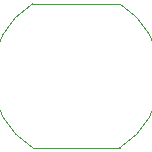
<source format=gbr>
G04 #@! TF.GenerationSoftware,KiCad,Pcbnew,(5.1.2)-1*
G04 #@! TF.CreationDate,2019-06-20T00:50:11-07:00*
G04 #@! TF.ProjectId,SMOL,534d4f4c-2e6b-4696-9361-645f70636258,rev?*
G04 #@! TF.SameCoordinates,Original*
G04 #@! TF.FileFunction,Profile,NP*
%FSLAX46Y46*%
G04 Gerber Fmt 4.6, Leading zero omitted, Abs format (unit mm)*
G04 Created by KiCad (PCBNEW (5.1.2)-1) date 2019-06-20 00:50:11*
%MOMM*%
%LPD*%
G04 APERTURE LIST*
%ADD10C,0.101600*%
G04 APERTURE END LIST*
D10*
X105285346Y-95505418D02*
G75*
G02X105283000Y-107696000I-3685346J-6094582D01*
G01*
X97917000Y-95504000D02*
X105283000Y-95504000D01*
X97917000Y-107696000D02*
X105283000Y-107696000D01*
X97914654Y-95505418D02*
G75*
G03X97917000Y-107696000I3685346J-6094582D01*
G01*
M02*

</source>
